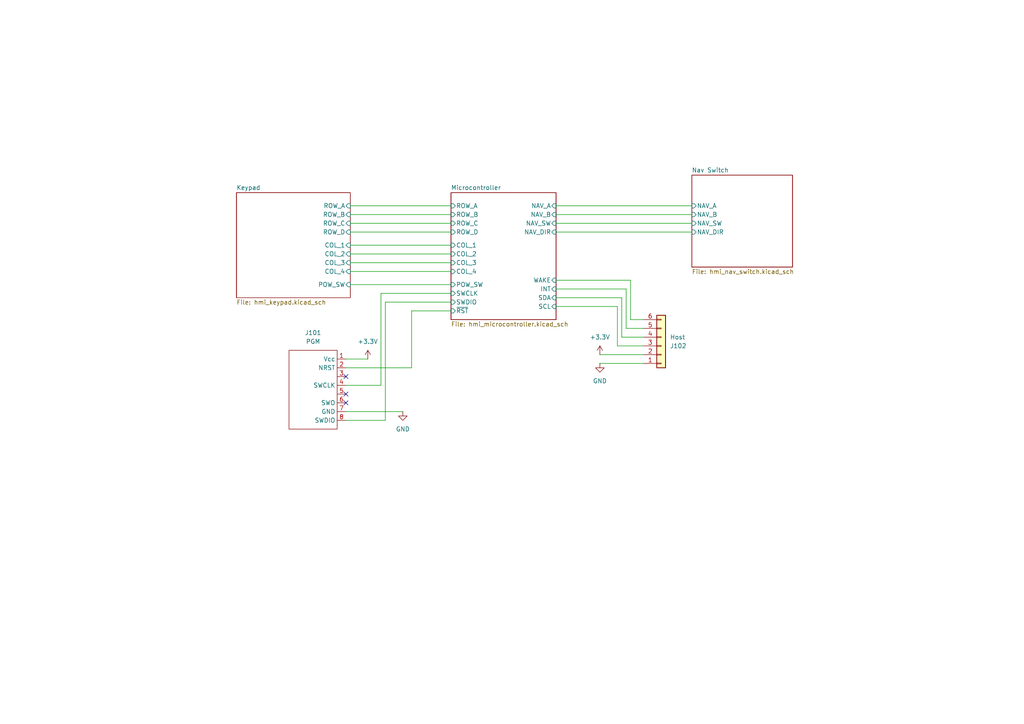
<source format=kicad_sch>
(kicad_sch (version 20250114) (generator "eeschema") (generator_version "9.0")
  (paper "A4")
  (lib_symbols
    (symbol "BVH_SOICbite:SOICbite-SWD"
      (property "Reference" "J" (at 0 -15.24 0))
      (property "Value" "SOICbite-SWD" (at 0 11.43 0))
      (symbol "SOICbite-SWD_0_1"
        (rectangle (start -6.35 10.16) (end 7.62 -12.7))
      )
      (symbol "SOICbite-SWD_1_1"
        (pin power_in line (at -8.89 7.62 0) (length 2.54) (name "Vcc") (number "1"))
        (pin output line (at -8.89 5.08 0) (length 2.54) (name "NRST") (number "2"))
        (pin output line (at -8.89 2.54 0) (length 2.54) (name "") (number "3"))
        (pin output line (at -8.89 0 0) (length 2.54) (name "SWCLK") (number "4"))
        (pin output line (at -8.89 -2.54 0) (length 2.54) (name "") (number "5"))
        (pin input line (at -8.89 -5.08 0) (length 2.54) (name "SWO") (number "6"))
        (pin power_in line (at -8.89 -7.62 0) (length 2.54) (name "GND") (number "7"))
        (pin bidirectional line (at -8.89 -10.16 0) (length 2.54) (name "SWDIO") (number "8"))
      )
    )
    (symbol "Connector_Generic:Conn_01x06" (pin_names (offset 1.016) (hide yes))
      (property "Reference" "J" (at 0 7.62 0))
      (property "Value" "Conn_01x06" (at 0 -10.16 0))
      (symbol "Conn_01x06_1_1"
        (rectangle (start -1.27 6.35) (end 1.27 -8.89) (stroke (width 0.254)) (fill (type background)))
        (rectangle (start -1.27 5.207) (end 0 4.953) (stroke (width 0.1524)))
        (rectangle (start -1.27 2.667) (end 0 2.413) (stroke (width 0.1524)))
        (rectangle (start -1.27 0.127) (end 0 -0.127) (stroke (width 0.1524)))
        (rectangle (start -1.27 -2.413) (end 0 -2.667) (stroke (width 0.1524)))
        (rectangle (start -1.27 -4.953) (end 0 -5.207) (stroke (width 0.1524)))
        (rectangle (start -1.27 -7.493) (end 0 -7.747) (stroke (width 0.1524)))
        (pin passive line (at -5.08 5.08 0) (length 3.81) (name "Pin_1") (number "1"))
        (pin passive line (at -5.08 2.54 0) (length 3.81) (name "Pin_2") (number "2"))
        (pin passive line (at -5.08 0 0) (length 3.81) (name "Pin_3") (number "3"))
        (pin passive line (at -5.08 -2.54 0) (length 3.81) (name "Pin_4") (number "4"))
        (pin passive line (at -5.08 -5.08 0) (length 3.81) (name "Pin_5") (number "5"))
        (pin passive line (at -5.08 -7.62 0) (length 3.81) (name "Pin_6") (number "6"))
      )
    )
    (symbol "power:+3.3V" (power) (pin_numbers (hide yes)) (pin_names (offset 0) (hide yes))
      (property "Value" "+3.3V" (at 0 3.556 0))
      (symbol "+3.3V_0_1"
        (polyline (pts (xy -0.762 1.27) (xy 0 2.54)))
        (polyline (pts (xy 0 2.54) (xy 0.762 1.27)))
        (polyline (pts (xy 0 0) (xy 0 2.54)))
      )
      (symbol "+3.3V_1_1"
        (pin power_in line (at 0 0 90) (length 0) (name "~") (number "1"))
      )
    )
    (symbol "power:GND" (power) (pin_numbers (hide yes)) (pin_names (offset 0) (hide yes))
      (property "Value" "GND" (at 0 -3.81 0))
      (symbol "GND_0_1"
        (polyline (pts (xy 0 0) (xy 0 -1.27) (xy 1.27 -1.27) (xy 0 -2.54) (xy -1.27 -1.27) (xy 0 -1.27)))
      )
      (symbol "GND_1_1"
        (pin power_in line (at 0 0 270) (length 0) (name "~") (number "1"))
      )
    )
  )
  (no_connect (at 100.33 109.22))
  (no_connect (at 100.33 116.84))
  (no_connect (at 100.33 114.3))
  (wire (pts (xy 101.6 78.74) (xy 130.81 78.74)))
  (wire (pts (xy 161.29 59.69) (xy 200.66 59.69)))
  (wire (pts (xy 182.88 81.28) (xy 182.88 92.71)))
  (wire (pts (xy 186.69 100.33) (xy 179.07 100.33)))
  (wire (pts (xy 110.49 111.76) (xy 100.33 111.76)))
  (wire (pts (xy 161.29 67.31) (xy 200.66 67.31)))
  (wire (pts (xy 111.76 87.63) (xy 111.76 121.92)))
  (wire (pts (xy 173.99 102.87) (xy 186.69 102.87)))
  (wire (pts (xy 181.61 83.82) (xy 161.29 83.82)))
  (wire (pts (xy 100.33 104.14) (xy 106.68 104.14)))
  (wire (pts (xy 186.69 95.25) (xy 181.61 95.25)))
  (wire (pts (xy 101.6 67.31) (xy 130.81 67.31)))
  (wire (pts (xy 161.29 62.23) (xy 200.66 62.23)))
  (wire (pts (xy 161.29 64.77) (xy 200.66 64.77)))
  (wire (pts (xy 180.34 86.36) (xy 180.34 97.79)))
  (wire (pts (xy 100.33 106.68) (xy 119.38 106.68)))
  (wire (pts (xy 101.6 59.69) (xy 130.81 59.69)))
  (wire (pts (xy 111.76 121.92) (xy 100.33 121.92)))
  (wire (pts (xy 180.34 97.79) (xy 186.69 97.79)))
  (wire (pts (xy 101.6 73.66) (xy 130.81 73.66)))
  (wire (pts (xy 101.6 76.2) (xy 130.81 76.2)))
  (wire (pts (xy 101.6 64.77) (xy 130.81 64.77)))
  (wire (pts (xy 161.29 86.36) (xy 180.34 86.36)))
  (wire (pts (xy 181.61 95.25) (xy 181.61 83.82)))
  (wire (pts (xy 182.88 92.71) (xy 186.69 92.71)))
  (wire (pts (xy 119.38 106.68) (xy 119.38 90.17)))
  (wire (pts (xy 179.07 88.9) (xy 161.29 88.9)))
  (wire (pts (xy 101.6 62.23) (xy 130.81 62.23)))
  (wire (pts (xy 100.33 119.38) (xy 116.84 119.38)))
  (wire (pts (xy 173.99 105.41) (xy 186.69 105.41)))
  (wire (pts (xy 111.76 87.63) (xy 130.81 87.63)))
  (wire (pts (xy 119.38 90.17) (xy 130.81 90.17)))
  (wire (pts (xy 110.49 85.09) (xy 110.49 111.76)))
  (wire (pts (xy 101.6 82.55) (xy 130.81 82.55)))
  (wire (pts (xy 110.49 85.09) (xy 130.81 85.09)))
  (wire (pts (xy 179.07 100.33) (xy 179.07 88.9)))
  (wire (pts (xy 161.29 81.28) (xy 182.88 81.28)))
  (wire (pts (xy 101.6 71.12) (xy 130.81 71.12)))
  (symbol (lib_id "power:+3.3V") (at 106.68 104.14 0) (unit 1)
    (property "Reference" "#PWR0104" (effects (hide yes)))
    (property "Value" "+3.3V" (at 106.68 99.06 0))
    (property "Description" "Power symbol creates a global label with name \"+3.3V\"" (effects (hide yes)))
  )
  (symbol (lib_id "power:GND") (at 116.84 119.38 0) (unit 1)
    (property "Reference" "#PWR0103" (effects (hide yes)))
    (property "Value" "GND" (at 116.84 124.46 0))
    (property "Description" "Power symbol creates a global label with name \"GND\" , ground" (effects (hide yes)))
  )
  (symbol (lib_id "BVH_SOICbite:SOICbite-SWD") (at 91.44 111.76 0) (mirror y) (unit 1)
    (property "Reference" "J101" (at 90.805 96.52 0))
    (property "Value" "PGM" (at 90.805 99.06 0))
    (property "Footprint" "BVH_SOICbite:SOICbite_renumbered" (effects (hide yes)))
  )
  (symbol (lib_id "power:+3.3V") (at 173.99 102.87 0) (unit 1)
    (property "Reference" "#PWR0101" (effects (hide yes)))
    (property "Value" "+3.3V" (at 173.99 97.79 0))
    (property "Description" "Power symbol creates a global label with name \"+3.3V\"" (effects (hide yes)))
  )
  (symbol (lib_id "power:GND") (at 173.99 105.41 0) (unit 1)
    (property "Reference" "#PWR0102" (effects (hide yes)))
    (property "Value" "GND" (at 173.99 110.49 0))
    (property "Description" "Power symbol creates a global label with name \"GND\" , ground" (effects (hide yes)))
  )
  (symbol (lib_id "Connector_Generic:Conn_01x06") (at 191.77 100.33 0) (mirror x) (unit 1)
    (property "Reference" "J102" (at 194.31 100.3301 0) (effects (justify left)))
    (property "Value" "Host" (at 194.31 97.7901 0) (effects (justify left)))
    (property "Description" "Generic connector, single row, 01x06, script generated (kicad-library-utils/schlib/autogen/connector/)" (effects (hide yes)))
  )
  (sheet (at 130.81 55.88) (size 30.48 36.83) (stroke (width 0.1524))
    (property "Sheetname" "Microcontroller" (at 130.81 55.1684 0) (effects (justify left bottom)))
    (property "Sheetfile" "hmi_microcontroller.kicad_sch" (at 130.81 93.2946 0) (effects (justify left top)))
    (pin "~{RST}" input (at 130.81 90.17 180))
    (pin "SWDIO" input (at 130.81 87.63 180))
    (pin "ROW_A" input (at 130.81 59.69 180))
    (pin "NAV_A" input (at 161.29 59.69 0))
    (pin "COL_1" input (at 130.81 71.12 180))
    (pin "COL_4" input (at 130.81 78.74 180))
    (pin "COL_2" input (at 130.81 73.66 180))
    (pin "NAV_B" input (at 161.29 62.23 0))
    (pin "NAV_DIR" input (at 161.29 67.31 0))
    (pin "COL_3" input (at 130.81 76.2 180))
    (pin "ROW_B" input (at 130.81 62.23 180))
    (pin "POW_SW" input (at 130.81 82.55 180))
    (pin "ROW_D" input (at 130.81 67.31 180))
    (pin "SDA" input (at 161.29 86.36 0))
    (pin "SCL" input (at 161.29 88.9 0))
    (pin "INT" input (at 161.29 83.82 0))
    (pin "SWCLK" input (at 130.81 85.09 180))
    (pin "WAKE" input (at 161.29 81.28 0))
    (pin "NAV_SW" input (at 161.29 64.77 0))
    (pin "ROW_C" input (at 130.81 64.77 180))
  )
  (sheet (at 200.66 50.8) (size 29.21 26.67) (stroke (width 0.1524))
    (property "Sheetname" "Nav Switch" (at 200.66 50.0884 0) (effects (justify left bottom)))
    (property "Sheetfile" "hmi_nav_switch.kicad_sch" (at 200.66 78.0546 0) (effects (justify left top)))
    (pin "NAV_DIR" input (at 200.66 67.31 180))
    (pin "NAV_B" input (at 200.66 62.23 180))
    (pin "NAV_SW" input (at 200.66 64.77 180))
    (pin "NAV_A" input (at 200.66 59.69 180))
  )
  (sheet (at 68.58 55.88) (size 33.02 30.48) (stroke (width 0.1524))
    (property "Sheetname" "Keypad" (at 68.58 55.1684 0) (effects (justify left bottom)))
    (property "Sheetfile" "hmi_keypad.kicad_sch" (at 68.58 86.9446 0) (effects (justify left top)))
    (pin "COL_2" input (at 101.6 73.66 0))
    (pin "COL_4" input (at 101.6 78.74 0))
    (pin "COL_3" input (at 101.6 76.2 0))
    (pin "ROW_D" input (at 101.6 67.31 0))
    (pin "ROW_B" input (at 101.6 62.23 0))
    (pin "ROW_C" input (at 101.6 64.77 0))
    (pin "ROW_A" input (at 101.6 59.69 0))
    (pin "COL_1" input (at 101.6 71.12 0))
    (pin "POW_SW" input (at 101.6 82.55 0))
  )
)
</source>
